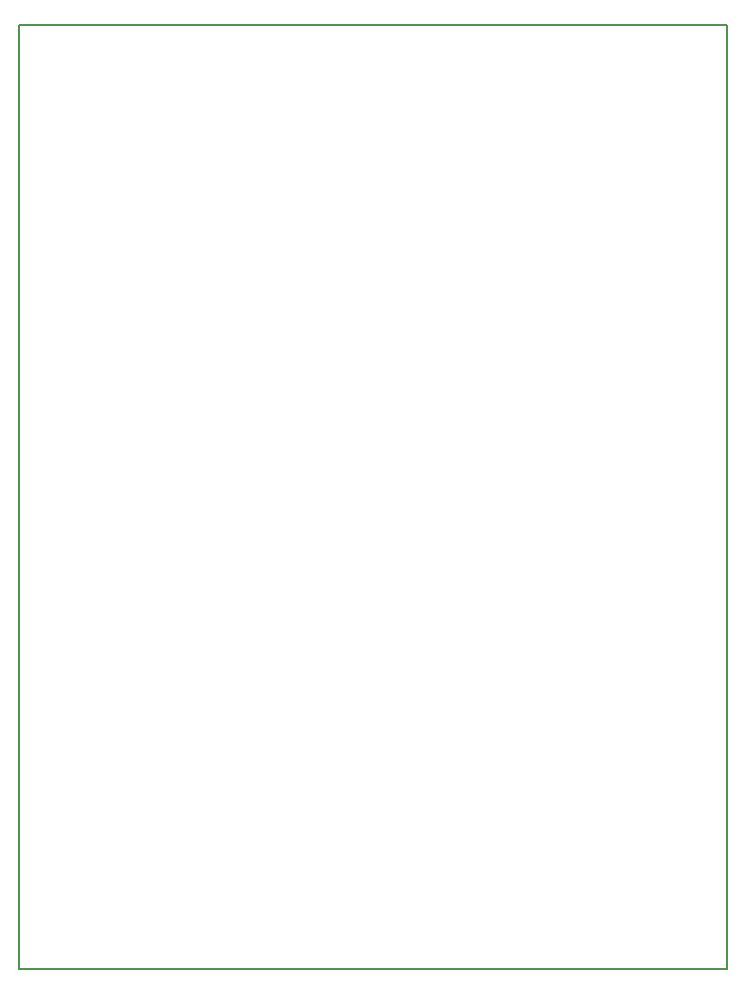
<source format=gtl>
G04 #@! TF.GenerationSoftware,KiCad,Pcbnew,6.0.0*
G04 #@! TF.CreationDate,2025-01-01T12:00:00*
G04 #@! TF.ProjectId,AirScout-v1,41697253636F75742D76312E6B696361,1*
%FSLAX46Y46*%
G04 Gerber Fmt 4.6, Leading zero omitted, Abs notation*
%MOMM*%
%ADD10C,0.150000*%
%ADD11C,0.200000*%
D10*
X20000000Y20000000D02*
X80000000Y20000000D01*
X80000000Y100000000D01*
X20000000Y100000000D01*
X20000000Y20000000D01*
M02*
</source>
